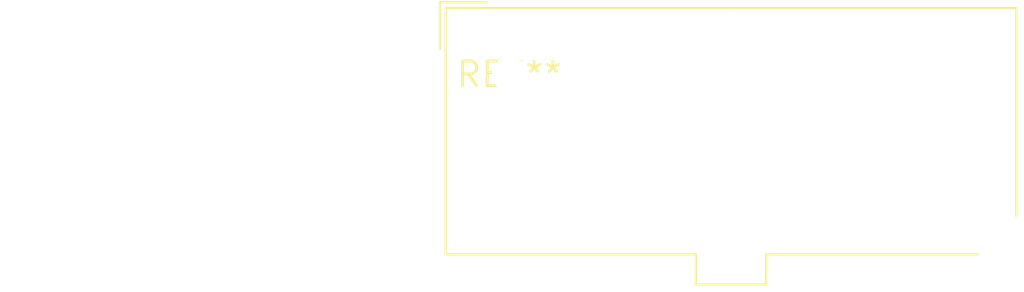
<source format=kicad_pcb>
(kicad_pcb (version 20240108) (generator pcbnew)
  (layers (0 "F.Cu" signal) (31 "B.Cu" signal) (34 "B.Paste" user) (35 "F.Paste" user) (36 "B.SilkS" user "B.Silkscreen") (37 "F.SilkS" user "F.Silkscreen") (38 "B.Mask" user) (39 "F.Mask" user) (44 "Edge.Cuts" user))
  (net 0 "")
  (footprint "Molex_Mega-Fit_76829-0110_2x05_P5.70mm_Vertical" (layer "F.Cu") (at 0 0)
    (property "Reference" "REF**")
    (property "Value" "Molex_Mega-Fit_76829-0110_2x05_P5.70mm_Vertical")
    (fp_line (start -3.585 -3.72) (end -1.175 -3.72) (layer "F.SilkS") (stroke (width 0.12)))
    (fp_line (start -3.585 -1.31) (end -3.585 -3.72) (layer "F.SilkS") (stroke (width 0.12)))
    (fp_line (start -3.285 -3.42) (end -3.285 9.28) (layer "F.SilkS") (stroke (width 0.12)))
    (fp_line (start -3.285 9.28) (end 9.59 9.28) (layer "F.SilkS") (stroke (width 0.12)))
    (fp_line (start 9.59 9.28) (end 9.59 10.83) (layer "F.SilkS") (stroke (width 0.12)))
    (fp_line (start 9.59 10.83) (end 11.4 10.83) (layer "F.SilkS") (stroke (width 0.12)))
    (fp_line (start 11.4 -3.42) (end -3.285 -3.42) (layer "F.SilkS") (stroke (width 0.12)))
    (fp_line (start 11.4 -3.42) (end 26.085 -3.42) (layer "F.SilkS") (stroke (width 0.12)))
    (fp_line (start 13.21 9.28) (end 13.21 10.83) (layer "F.SilkS") (stroke (width 0.12)))
    (fp_line (start 13.21 10.83) (end 11.4 10.83) (layer "F.SilkS") (stroke (width 0.12)))
    (fp_line (start 24.12 9.28) (end 13.21 9.28) (layer "F.SilkS") (stroke (width 0.12)))
    (fp_line (start 26.085 -3.42) (end 26.085 7.31) (layer "F.SilkS") (stroke (width 0.12)))
    (pad "" np_thru_hole circle (at 25.28 8.47) (size 1.8 1.8) (drill 1.8) (layers *.Cu *.Mask))
    (pad "1" thru_hole roundrect (at 0 0) (size 3.7 3.7) (drill 1.8) (layers *.Cu *.Mask) (remove_unused_layers) (roundrect_rratio 0.067568))
    (pad "2" thru_hole circle (at 5.7 0) (size 3.7 3.7) (drill 1.8) (layers *.Cu *.Mask) (remove_unused_layers))
    (pad "3" thru_hole circle (at 11.4 0) (size 3.7 3.7) (drill 1.8) (layers *.Cu *.Mask) (remove_unused_layers))
    (pad "4" thru_hole circle (at 17.1 0) (size 3.7 3.7) (drill 1.8) (layers *.Cu *.Mask) (remove_unused_layers))
    (pad "5" thru_hole circle (at 22.8 0) (size 3.7 3.7) (drill 1.8) (layers *.Cu *.Mask) (remove_unused_layers))
    (pad "6" thru_hole circle (at 0 5.7) (size 3.7 3.7) (drill 1.8) (layers *.Cu *.Mask) (remove_unused_layers))
    (pad "7" thru_hole circle (at 5.7 5.7) (size 3.7 3.7) (drill 1.8) (layers *.Cu *.Mask) (remove_unused_layers))
    (pad "8" thru_hole circle (at 11.4 5.7) (size 3.7 3.7) (drill 1.8) (layers *.Cu *.Mask) (remove_unused_layers))
    (pad "9" thru_hole circle (at 17.1 5.7) (size 3.7 3.7) (drill 1.8) (layers *.Cu *.Mask) (remove_unused_layers))
    (pad "10" thru_hole circle (at 22.8 5.7) (size 3.7 3.7) (drill 1.8) (layers *.Cu *.Mask) (remove_unused_layers))
  )
)
</source>
